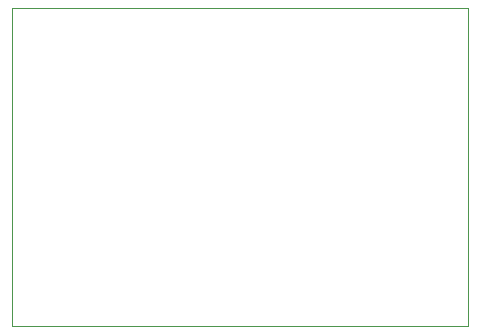
<source format=gm1>
G04 #@! TF.GenerationSoftware,KiCad,Pcbnew,(5.1.2)-2*
G04 #@! TF.CreationDate,2019-09-01T08:24:52-07:00*
G04 #@! TF.ProjectId,regulator_clock,72656775-6c61-4746-9f72-5f636c6f636b,rev?*
G04 #@! TF.SameCoordinates,Original*
G04 #@! TF.FileFunction,Profile,NP*
%FSLAX46Y46*%
G04 Gerber Fmt 4.6, Leading zero omitted, Abs format (unit mm)*
G04 Created by KiCad (PCBNEW (5.1.2)-2) date 2019-09-01 08:24:52*
%MOMM*%
%LPD*%
G04 APERTURE LIST*
%ADD10C,0.050000*%
G04 APERTURE END LIST*
D10*
X84328000Y-68580000D02*
X84328000Y-69088000D01*
X122936000Y-68580000D02*
X84328000Y-68580000D01*
X122936000Y-95504000D02*
X122936000Y-68580000D01*
X84328000Y-95504000D02*
X122936000Y-95504000D01*
X84328000Y-69088000D02*
X84328000Y-95504000D01*
M02*

</source>
